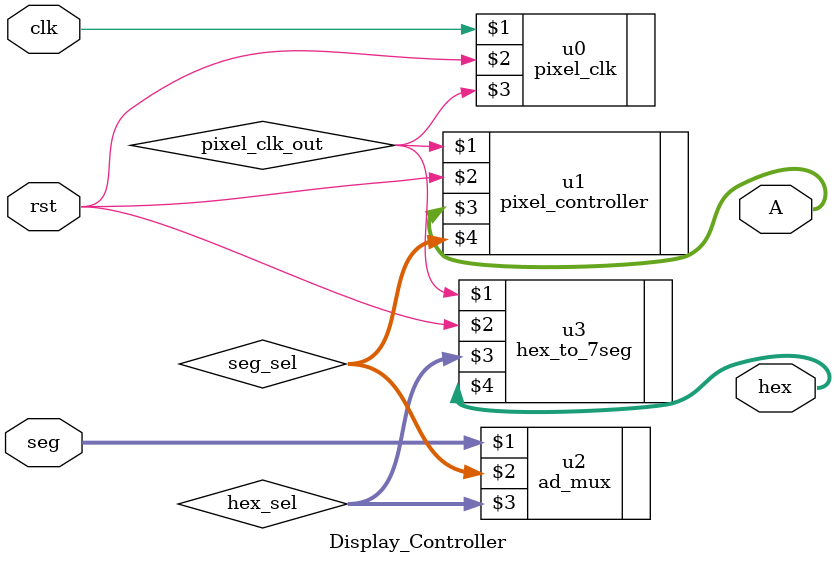
<source format=v>
`timescale 1ns / 100ps


module Display_Controller(
    input         clk,
    input         rst,
    input  [31:0] seg,
    output [7:0]  A,
    output [6:0]  hex
    );
    
    wire       pixel_clk_out;
    wire [2:0] seg_sel;
    wire [3:0] hex_sel;
    
    pixel_clk		u0(clk, rst, pixel_clk_out);
    pixel_controller 	u1(pixel_clk_out, rst, A, seg_sel);
    ad_mux		u2(seg, seg_sel, hex_sel);
    hex_to_7seg		u3(pixel_clk_out, rst, hex_sel, hex);
endmodule

</source>
